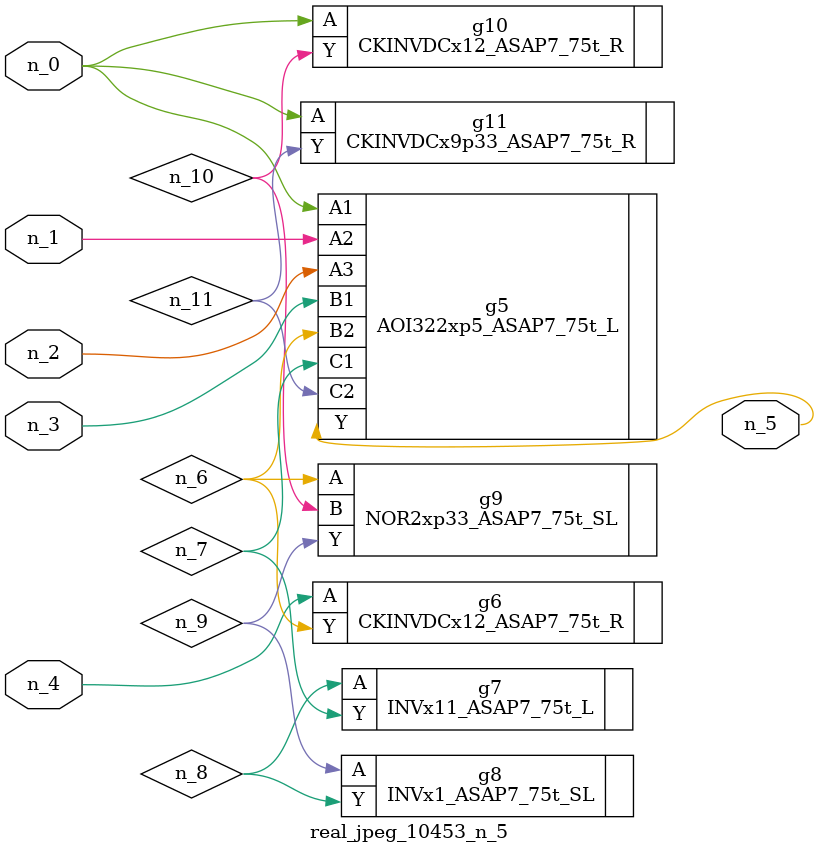
<source format=v>
module real_jpeg_10453_n_5 (n_4, n_0, n_1, n_2, n_3, n_5);

input n_4;
input n_0;
input n_1;
input n_2;
input n_3;

output n_5;

wire n_8;
wire n_11;
wire n_6;
wire n_7;
wire n_10;
wire n_9;

AOI322xp5_ASAP7_75t_L g5 ( 
.A1(n_0),
.A2(n_1),
.A3(n_2),
.B1(n_3),
.B2(n_6),
.C1(n_7),
.C2(n_11),
.Y(n_5)
);

CKINVDCx12_ASAP7_75t_R g10 ( 
.A(n_0),
.Y(n_10)
);

CKINVDCx9p33_ASAP7_75t_R g11 ( 
.A(n_0),
.Y(n_11)
);

CKINVDCx12_ASAP7_75t_R g6 ( 
.A(n_4),
.Y(n_6)
);

NOR2xp33_ASAP7_75t_SL g9 ( 
.A(n_6),
.B(n_10),
.Y(n_9)
);

INVx11_ASAP7_75t_L g7 ( 
.A(n_8),
.Y(n_7)
);

INVx1_ASAP7_75t_SL g8 ( 
.A(n_9),
.Y(n_8)
);


endmodule
</source>
